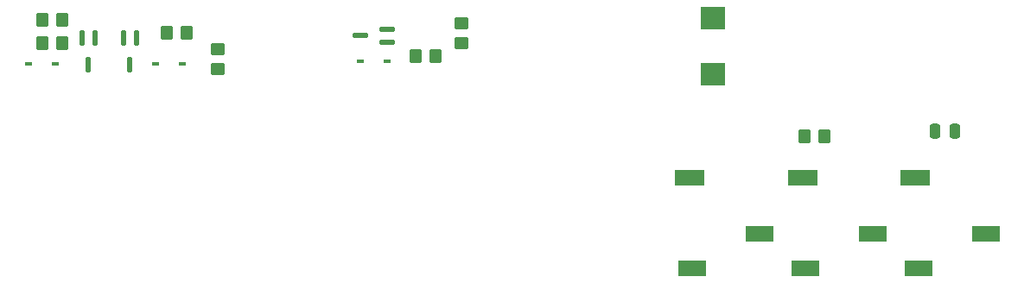
<source format=gbr>
%TF.GenerationSoftware,KiCad,Pcbnew,9.0.1*%
%TF.CreationDate,2025-04-18T12:39:12-07:00*%
%TF.ProjectId,Greenhouse Board,47726565-6e68-46f7-9573-6520426f6172,rev?*%
%TF.SameCoordinates,Original*%
%TF.FileFunction,Paste,Top*%
%TF.FilePolarity,Positive*%
%FSLAX46Y46*%
G04 Gerber Fmt 4.6, Leading zero omitted, Abs format (unit mm)*
G04 Created by KiCad (PCBNEW 9.0.1) date 2025-04-18 12:39:12*
%MOMM*%
%LPD*%
G01*
G04 APERTURE LIST*
G04 Aperture macros list*
%AMRoundRect*
0 Rectangle with rounded corners*
0 $1 Rounding radius*
0 $2 $3 $4 $5 $6 $7 $8 $9 X,Y pos of 4 corners*
0 Add a 4 corners polygon primitive as box body*
4,1,4,$2,$3,$4,$5,$6,$7,$8,$9,$2,$3,0*
0 Add four circle primitives for the rounded corners*
1,1,$1+$1,$2,$3*
1,1,$1+$1,$4,$5*
1,1,$1+$1,$6,$7*
1,1,$1+$1,$8,$9*
0 Add four rect primitives between the rounded corners*
20,1,$1+$1,$2,$3,$4,$5,0*
20,1,$1+$1,$4,$5,$6,$7,0*
20,1,$1+$1,$6,$7,$8,$9,0*
20,1,$1+$1,$8,$9,$2,$3,0*%
G04 Aperture macros list end*
%ADD10RoundRect,0.250000X-0.350000X-0.450000X0.350000X-0.450000X0.350000X0.450000X-0.350000X0.450000X0*%
%ADD11RoundRect,0.112500X0.112500X0.637500X-0.112500X0.637500X-0.112500X-0.637500X0.112500X-0.637500X0*%
%ADD12RoundRect,0.250000X0.250000X0.475000X-0.250000X0.475000X-0.250000X-0.475000X0.250000X-0.475000X0*%
%ADD13R,0.800100X0.355600*%
%ADD14RoundRect,0.250000X0.350000X0.450000X-0.350000X0.450000X-0.350000X-0.450000X0.350000X-0.450000X0*%
%ADD15RoundRect,0.250000X-0.450000X0.350000X-0.450000X-0.350000X0.450000X-0.350000X0.450000X0.350000X0*%
%ADD16R,2.800000X1.500000*%
%ADD17R,3.000000X1.500000*%
%ADD18RoundRect,0.250000X0.450000X-0.350000X0.450000X0.350000X-0.450000X0.350000X-0.450000X-0.350000X0*%
%ADD19R,2.489200X2.260600*%
%ADD20RoundRect,0.112500X0.637500X-0.112500X0.637500X0.112500X-0.637500X0.112500X-0.637500X-0.112500X0*%
G04 APERTURE END LIST*
D10*
%TO.C,R1*%
X106696000Y-87337900D03*
X108696000Y-87337900D03*
%TD*%
D11*
%TO.C,Q2*%
X111902000Y-89055900D03*
X110602000Y-89055900D03*
X111252000Y-91715900D03*
%TD*%
D12*
%TO.C,C3*%
X196130649Y-98241294D03*
X194230649Y-98241294D03*
%TD*%
D13*
%TO.C,D1*%
X140493750Y-91401900D03*
X137890250Y-91401900D03*
%TD*%
D14*
%TO.C,R4*%
X120888000Y-88607900D03*
X118888000Y-88607900D03*
%TD*%
D15*
%TO.C,R3*%
X123952000Y-90147900D03*
X123952000Y-92147900D03*
%TD*%
D16*
%TO.C,J9*%
X181503835Y-111707255D03*
D17*
X181203835Y-102807255D03*
D16*
X188103835Y-108307255D03*
%TD*%
%TO.C,J7*%
X192570546Y-111707255D03*
D17*
X192270546Y-102807255D03*
D16*
X199170546Y-108307255D03*
%TD*%
D11*
%TO.C,Q1*%
X115966000Y-89055900D03*
X114666000Y-89055900D03*
X115316000Y-91715900D03*
%TD*%
D18*
%TO.C,R5*%
X147828000Y-89607900D03*
X147828000Y-87607900D03*
%TD*%
D10*
%TO.C,R9*%
X181388000Y-98767900D03*
X183388000Y-98767900D03*
%TD*%
D13*
%TO.C,D3*%
X105378250Y-91655900D03*
X107981750Y-91655900D03*
%TD*%
D19*
%TO.C,C2*%
X172466000Y-87109300D03*
X172466000Y-92646500D03*
%TD*%
D13*
%TO.C,D2*%
X120427750Y-91655900D03*
X117824250Y-91655900D03*
%TD*%
D10*
%TO.C,R2*%
X106712000Y-89623900D03*
X108712000Y-89623900D03*
%TD*%
D16*
%TO.C,J8*%
X170438823Y-111707255D03*
D17*
X170138823Y-102807255D03*
D16*
X177038823Y-108307255D03*
%TD*%
D14*
%TO.C,R6*%
X145272000Y-90893900D03*
X143272000Y-90893900D03*
%TD*%
D20*
%TO.C,Q3*%
X140522000Y-89511900D03*
X140522000Y-88211900D03*
X137862000Y-88861900D03*
%TD*%
M02*

</source>
